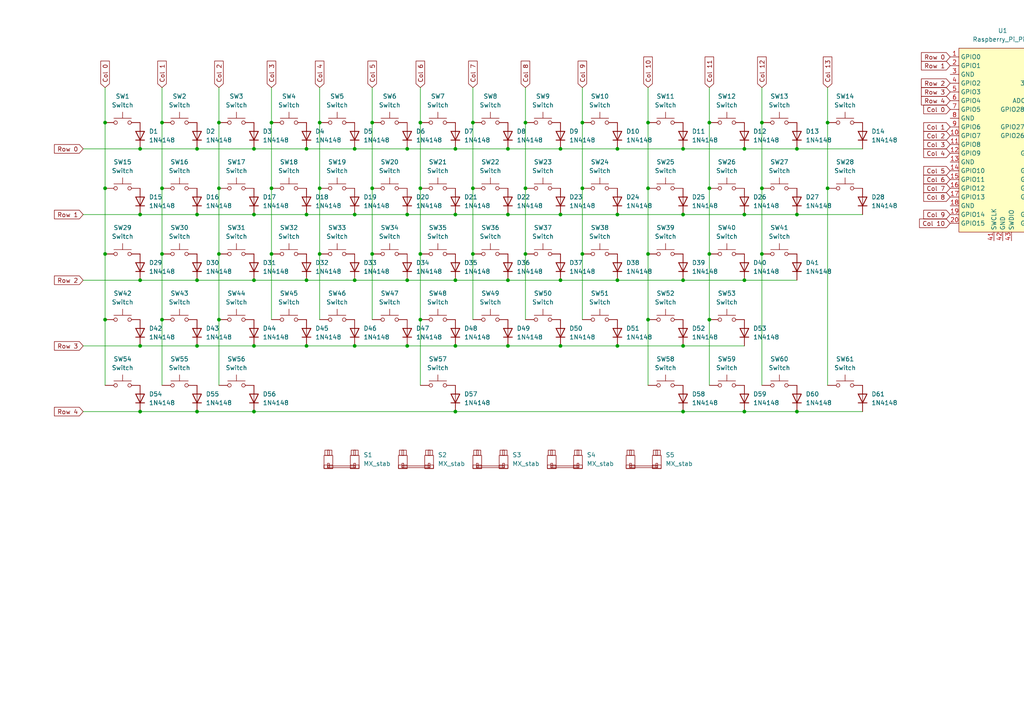
<source format=kicad_sch>
(kicad_sch (version 20250114) (generator "eeschema") (generator_version "9.0")
  (paper "A4")
  (junction (at 57.15 43.18))
  (junction (at 215.9 43.18))
  (junction (at 88.9 62.23))
  (junction (at 147.32 62.23))
  (junction (at 40.64 43.18))
  (junction (at 205.74 54.61))
  (junction (at 46.99 73.66))
  (junction (at 198.12 62.23))
  (junction (at 132.08 119.38))
  (junction (at 30.48 35.56))
  (junction (at 231.14 62.23))
  (junction (at 220.98 35.56))
  (junction (at 137.16 35.56))
  (junction (at 118.11 43.18))
  (junction (at 73.66 62.23))
  (junction (at 57.15 62.23))
  (junction (at 88.9 43.18))
  (junction (at 205.74 73.66))
  (junction (at 152.4 54.61))
  (junction (at 152.4 35.56))
  (junction (at 88.9 100.33))
  (junction (at 215.9 81.28))
  (junction (at 118.11 81.28))
  (junction (at 107.95 54.61))
  (junction (at 168.91 35.56))
  (junction (at 147.32 81.28))
  (junction (at 78.74 35.56))
  (junction (at 132.08 81.28))
  (junction (at 240.03 54.61))
  (junction (at 162.56 81.28))
  (junction (at 107.95 73.66))
  (junction (at 240.03 35.56))
  (junction (at 187.96 92.71))
  (junction (at 168.91 73.66))
  (junction (at 147.32 43.18))
  (junction (at 40.64 100.33))
  (junction (at 88.9 81.28))
  (junction (at 40.64 81.28))
  (junction (at 220.98 73.66))
  (junction (at 92.71 54.61))
  (junction (at 102.87 43.18))
  (junction (at 187.96 35.56))
  (junction (at 198.12 119.38))
  (junction (at 152.4 73.66))
  (junction (at 73.66 100.33))
  (junction (at 121.92 54.61))
  (junction (at 57.15 100.33))
  (junction (at 179.07 100.33))
  (junction (at 162.56 43.18))
  (junction (at 137.16 73.66))
  (junction (at 132.08 62.23))
  (junction (at 63.5 54.61))
  (junction (at 179.07 43.18))
  (junction (at 121.92 73.66))
  (junction (at 46.99 54.61))
  (junction (at 162.56 62.23))
  (junction (at 102.87 81.28))
  (junction (at 121.92 35.56))
  (junction (at 73.66 81.28))
  (junction (at 179.07 62.23))
  (junction (at 147.32 100.33))
  (junction (at 215.9 62.23))
  (junction (at 205.74 35.56))
  (junction (at 92.71 73.66))
  (junction (at 215.9 119.38))
  (junction (at 102.87 62.23))
  (junction (at 46.99 35.56))
  (junction (at 73.66 119.38))
  (junction (at 168.91 54.61))
  (junction (at 78.74 54.61))
  (junction (at 46.99 92.71))
  (junction (at 205.74 92.71))
  (junction (at 121.92 92.71))
  (junction (at 187.96 73.66))
  (junction (at 102.87 100.33))
  (junction (at 63.5 92.71))
  (junction (at 220.98 54.61))
  (junction (at 187.96 54.61))
  (junction (at 40.64 62.23))
  (junction (at 118.11 62.23))
  (junction (at 63.5 73.66))
  (junction (at 137.16 54.61))
  (junction (at 73.66 43.18))
  (junction (at 132.08 43.18))
  (junction (at 179.07 81.28))
  (junction (at 198.12 43.18))
  (junction (at 63.5 35.56))
  (junction (at 78.74 73.66))
  (junction (at 30.48 73.66))
  (junction (at 198.12 100.33))
  (junction (at 40.64 119.38))
  (junction (at 30.48 54.61))
  (junction (at 92.71 35.56))
  (junction (at 231.14 119.38))
  (junction (at 30.48 92.71))
  (junction (at 118.11 100.33))
  (junction (at 57.15 81.28))
  (junction (at 132.08 100.33))
  (junction (at 107.95 35.56))
  (junction (at 231.14 43.18))
  (junction (at 198.12 81.28))
  (junction (at 57.15 119.38))
  (junction (at 162.56 100.33))
  (wire (pts (xy 121.92 92.71) (xy 121.92 111.76)))
  (wire (pts (xy 231.14 62.23) (xy 250.19 62.23)))
  (wire (pts (xy 121.92 73.66) (xy 121.92 92.71)))
  (wire (pts (xy 121.92 25.4) (xy 121.92 35.56)))
  (wire (pts (xy 137.16 54.61) (xy 137.16 73.66)))
  (wire (pts (xy 63.5 73.66) (xy 63.5 92.71)))
  (wire (pts (xy 162.56 43.18) (xy 179.07 43.18)))
  (wire (pts (xy 137.16 25.4) (xy 137.16 35.56)))
  (wire (pts (xy 187.96 35.56) (xy 187.96 54.61)))
  (wire (pts (xy 40.64 119.38) (xy 57.15 119.38)))
  (wire (pts (xy 205.74 35.56) (xy 205.74 54.61)))
  (wire (pts (xy 240.03 54.61) (xy 240.03 111.76)))
  (wire (pts (xy 220.98 35.56) (xy 220.98 54.61)))
  (wire (pts (xy 168.91 73.66) (xy 168.91 92.71)))
  (wire (pts (xy 215.9 81.28) (xy 231.14 81.28)))
  (wire (pts (xy 162.56 62.23) (xy 179.07 62.23)))
  (wire (pts (xy 147.32 100.33) (xy 162.56 100.33)))
  (wire (pts (xy 92.71 25.4) (xy 92.71 35.56)))
  (wire (pts (xy 147.32 81.28) (xy 162.56 81.28)))
  (wire (pts (xy 102.87 100.33) (xy 118.11 100.33)))
  (wire (pts (xy 102.87 43.18) (xy 118.11 43.18)))
  (wire (pts (xy 88.9 43.18) (xy 102.87 43.18)))
  (wire (pts (xy 198.12 43.18) (xy 215.9 43.18)))
  (wire (pts (xy 107.95 54.61) (xy 107.95 73.66)))
  (wire (pts (xy 78.74 73.66) (xy 78.74 92.71)))
  (wire (pts (xy 73.66 81.28) (xy 88.9 81.28)))
  (wire (pts (xy 107.95 73.66) (xy 107.95 92.71)))
  (wire (pts (xy 46.99 25.4) (xy 46.99 35.56)))
  (wire (pts (xy 168.91 35.56) (xy 168.91 54.61)))
  (wire (pts (xy 78.74 54.61) (xy 78.74 73.66)))
  (wire (pts (xy 30.48 92.71) (xy 30.48 111.76)))
  (wire (pts (xy 24.13 81.28) (xy 40.64 81.28)))
  (wire (pts (xy 102.87 62.23) (xy 118.11 62.23)))
  (wire (pts (xy 168.91 25.4) (xy 168.91 35.56)))
  (wire (pts (xy 73.66 43.18) (xy 88.9 43.18)))
  (wire (pts (xy 198.12 100.33) (xy 215.9 100.33)))
  (wire (pts (xy 147.32 43.18) (xy 162.56 43.18)))
  (wire (pts (xy 118.11 43.18) (xy 132.08 43.18)))
  (wire (pts (xy 63.5 35.56) (xy 63.5 54.61)))
  (wire (pts (xy 240.03 25.4) (xy 240.03 35.56)))
  (wire (pts (xy 92.71 54.61) (xy 92.71 73.66)))
  (wire (pts (xy 220.98 25.4) (xy 220.98 35.56)))
  (wire (pts (xy 231.14 43.18) (xy 250.19 43.18)))
  (wire (pts (xy 220.98 73.66) (xy 220.98 111.76)))
  (wire (pts (xy 231.14 119.38) (xy 250.19 119.38)))
  (wire (pts (xy 179.07 43.18) (xy 198.12 43.18)))
  (wire (pts (xy 152.4 54.61) (xy 152.4 73.66)))
  (wire (pts (xy 40.64 100.33) (xy 57.15 100.33)))
  (wire (pts (xy 132.08 81.28) (xy 147.32 81.28)))
  (wire (pts (xy 152.4 73.66) (xy 152.4 92.71)))
  (wire (pts (xy 24.13 100.33) (xy 40.64 100.33)))
  (wire (pts (xy 57.15 43.18) (xy 73.66 43.18)))
  (wire (pts (xy 187.96 73.66) (xy 187.96 92.71)))
  (wire (pts (xy 215.9 43.18) (xy 231.14 43.18)))
  (wire (pts (xy 187.96 54.61) (xy 187.96 73.66)))
  (wire (pts (xy 121.92 35.56) (xy 121.92 54.61)))
  (wire (pts (xy 30.48 35.56) (xy 30.48 54.61)))
  (wire (pts (xy 30.48 73.66) (xy 30.48 92.71)))
  (wire (pts (xy 118.11 62.23) (xy 132.08 62.23)))
  (wire (pts (xy 63.5 54.61) (xy 63.5 73.66)))
  (wire (pts (xy 63.5 25.4) (xy 63.5 35.56)))
  (wire (pts (xy 179.07 62.23) (xy 198.12 62.23)))
  (wire (pts (xy 198.12 119.38) (xy 215.9 119.38)))
  (wire (pts (xy 107.95 25.4) (xy 107.95 35.56)))
  (wire (pts (xy 24.13 119.38) (xy 40.64 119.38)))
  (wire (pts (xy 88.9 81.28) (xy 102.87 81.28)))
  (wire (pts (xy 57.15 62.23) (xy 73.66 62.23)))
  (wire (pts (xy 118.11 81.28) (xy 132.08 81.28)))
  (wire (pts (xy 137.16 73.66) (xy 137.16 92.71)))
  (wire (pts (xy 73.66 100.33) (xy 88.9 100.33)))
  (wire (pts (xy 30.48 54.61) (xy 30.48 73.66)))
  (wire (pts (xy 78.74 35.56) (xy 78.74 54.61)))
  (wire (pts (xy 57.15 81.28) (xy 73.66 81.28)))
  (wire (pts (xy 57.15 100.33) (xy 73.66 100.33)))
  (wire (pts (xy 46.99 35.56) (xy 46.99 54.61)))
  (wire (pts (xy 205.74 54.61) (xy 205.74 73.66)))
  (wire (pts (xy 92.71 35.56) (xy 92.71 54.61)))
  (wire (pts (xy 179.07 81.28) (xy 198.12 81.28)))
  (wire (pts (xy 102.87 81.28) (xy 118.11 81.28)))
  (wire (pts (xy 187.96 92.71) (xy 187.96 111.76)))
  (wire (pts (xy 205.74 73.66) (xy 205.74 92.71)))
  (wire (pts (xy 88.9 62.23) (xy 102.87 62.23)))
  (wire (pts (xy 88.9 100.33) (xy 102.87 100.33)))
  (wire (pts (xy 240.03 35.56) (xy 240.03 54.61)))
  (wire (pts (xy 24.13 43.18) (xy 40.64 43.18)))
  (wire (pts (xy 40.64 62.23) (xy 57.15 62.23)))
  (wire (pts (xy 198.12 62.23) (xy 215.9 62.23)))
  (wire (pts (xy 179.07 100.33) (xy 198.12 100.33)))
  (wire (pts (xy 73.66 62.23) (xy 88.9 62.23)))
  (wire (pts (xy 162.56 81.28) (xy 179.07 81.28)))
  (wire (pts (xy 107.95 35.56) (xy 107.95 54.61)))
  (wire (pts (xy 147.32 62.23) (xy 162.56 62.23)))
  (wire (pts (xy 132.08 119.38) (xy 198.12 119.38)))
  (wire (pts (xy 121.92 54.61) (xy 121.92 73.66)))
  (wire (pts (xy 168.91 54.61) (xy 168.91 73.66)))
  (wire (pts (xy 215.9 119.38) (xy 231.14 119.38)))
  (wire (pts (xy 132.08 43.18) (xy 147.32 43.18)))
  (wire (pts (xy 46.99 54.61) (xy 46.99 73.66)))
  (wire (pts (xy 30.48 25.4) (xy 30.48 35.56)))
  (wire (pts (xy 92.71 73.66) (xy 92.71 92.71)))
  (wire (pts (xy 152.4 25.4) (xy 152.4 35.56)))
  (wire (pts (xy 63.5 92.71) (xy 63.5 111.76)))
  (wire (pts (xy 118.11 100.33) (xy 132.08 100.33)))
  (wire (pts (xy 57.15 119.38) (xy 73.66 119.38)))
  (wire (pts (xy 132.08 62.23) (xy 147.32 62.23)))
  (wire (pts (xy 162.56 100.33) (xy 179.07 100.33)))
  (wire (pts (xy 220.98 54.61) (xy 220.98 73.66)))
  (wire (pts (xy 132.08 100.33) (xy 147.32 100.33)))
  (wire (pts (xy 46.99 92.71) (xy 46.99 111.76)))
  (wire (pts (xy 40.64 43.18) (xy 57.15 43.18)))
  (wire (pts (xy 137.16 35.56) (xy 137.16 54.61)))
  (wire (pts (xy 40.64 81.28) (xy 57.15 81.28)))
  (wire (pts (xy 187.96 25.4) (xy 187.96 35.56)))
  (wire (pts (xy 198.12 81.28) (xy 215.9 81.28)))
  (wire (pts (xy 205.74 92.71) (xy 205.74 111.76)))
  (wire (pts (xy 78.74 25.4) (xy 78.74 35.56)))
  (wire (pts (xy 73.66 119.38) (xy 132.08 119.38)))
  (wire (pts (xy 24.13 62.23) (xy 40.64 62.23)))
  (wire (pts (xy 215.9 62.23) (xy 231.14 62.23)))
  (wire (pts (xy 152.4 35.56) (xy 152.4 54.61)))
  (wire (pts (xy 46.99 73.66) (xy 46.99 92.71)))
  (wire (pts (xy 205.74 25.4) (xy 205.74 35.56)))
  (global_label "Col 13" (shape input) (at 240.03 25.4 90) (property "Intersheetrefs" "${INTERSHEET_REFS}" (effects (hide yes))))
  (global_label "Row 2" (shape input) (at 275.59 24.13 180) (property "Intersheetrefs" "${INTERSHEET_REFS}" (effects (hide yes))))
  (global_label "Col 12" (shape input) (at 220.98 25.4 90) (property "Intersheetrefs" "${INTERSHEET_REFS}" (effects (hide yes))))
  (global_label "Col 0" (shape input) (at 275.59 31.75 180) (property "Intersheetrefs" "${INTERSHEET_REFS}" (effects (hide yes))))
  (global_label "Row 3" (shape input) (at 24.13 100.33 180) (property "Intersheetrefs" "${INTERSHEET_REFS}" (effects (hide yes))))
  (global_label "Col 5" (shape input) (at 107.95 25.4 90) (property "Intersheetrefs" "${INTERSHEET_REFS}" (effects (hide yes))))
  (global_label "Row 4" (shape input) (at 24.13 119.38 180) (property "Intersheetrefs" "${INTERSHEET_REFS}" (effects (hide yes))))
  (global_label "Col 10" (shape input) (at 275.59 64.77 180) (property "Intersheetrefs" "${INTERSHEET_REFS}" (effects (hide yes))))
  (global_label "Col 6" (shape input) (at 275.59 52.07 180) (property "Intersheetrefs" "${INTERSHEET_REFS}" (effects (hide yes))))
  (global_label "Col 5" (shape input) (at 275.59 49.53 180) (property "Intersheetrefs" "${INTERSHEET_REFS}" (effects (hide yes))))
  (global_label "Col 11" (shape input) (at 205.74 25.4 90) (property "Intersheetrefs" "${INTERSHEET_REFS}" (effects (hide yes))))
  (global_label "Col 7" (shape input) (at 275.59 54.61 180) (property "Intersheetrefs" "${INTERSHEET_REFS}" (effects (hide yes))))
  (global_label "Col 1" (shape input) (at 46.99 25.4 90) (property "Intersheetrefs" "${INTERSHEET_REFS}" (effects (hide yes))))
  (global_label "Col 6" (shape input) (at 121.92 25.4 90) (property "Intersheetrefs" "${INTERSHEET_REFS}" (effects (hide yes))))
  (global_label "Col 4" (shape input) (at 92.71 25.4 90) (property "Intersheetrefs" "${INTERSHEET_REFS}" (effects (hide yes))))
  (global_label "Row 2" (shape input) (at 24.13 81.28 180) (property "Intersheetrefs" "${INTERSHEET_REFS}" (effects (hide yes))))
  (global_label "Col 2" (shape input) (at 63.5 25.4 90) (property "Intersheetrefs" "${INTERSHEET_REFS}" (effects (hide yes))))
  (global_label "Col 9" (shape input) (at 275.59 62.23 180) (property "Intersheetrefs" "${INTERSHEET_REFS}" (effects (hide yes))))
  (global_label "Col 8" (shape input) (at 275.59 57.15 180) (property "Intersheetrefs" "${INTERSHEET_REFS}" (effects (hide yes))))
  (global_label "Row 1" (shape input) (at 275.59 19.05 180) (property "Intersheetrefs" "${INTERSHEET_REFS}" (effects (hide yes))))
  (global_label "Col 1" (shape input) (at 275.59 36.83 180) (property "Intersheetrefs" "${INTERSHEET_REFS}" (effects (hide yes))))
  (global_label "Row 4" (shape input) (at 275.59 29.21 180) (property "Intersheetrefs" "${INTERSHEET_REFS}" (effects (hide yes))))
  (global_label "Col 4" (shape input) (at 275.59 44.45 180) (property "Intersheetrefs" "${INTERSHEET_REFS}" (effects (hide yes))))
  (global_label "Col 10" (shape input) (at 187.96 25.4 90) (property "Intersheetrefs" "${INTERSHEET_REFS}" (effects (hide yes))))
  (global_label "Row 0" (shape input) (at 275.59 16.51 180) (property "Intersheetrefs" "${INTERSHEET_REFS}" (effects (hide yes))))
  (global_label "Col 3" (shape input) (at 275.59 41.91 180) (property "Intersheetrefs" "${INTERSHEET_REFS}" (effects (hide yes))))
  (global_label "Col 13" (shape input) (at 306.07 57.15 0) (property "Intersheetrefs" "${INTERSHEET_REFS}" (effects (hide yes))))
  (global_label "Col 12" (shape input) (at 306.07 62.23 0) (property "Intersheetrefs" "${INTERSHEET_REFS}" (effects (hide yes))))
  (global_label "Row 1" (shape input) (at 24.13 62.23 180) (property "Intersheetrefs" "${INTERSHEET_REFS}" (effects (hide yes))))
  (global_label "Col 2" (shape input) (at 275.59 39.37 180) (property "Intersheetrefs" "${INTERSHEET_REFS}" (effects (hide yes))))
  (global_label "Row 0" (shape input) (at 24.13 43.18 180) (property "Intersheetrefs" "${INTERSHEET_REFS}" (effects (hide yes))))
  (global_label "Col 0" (shape input) (at 30.48 25.4 90) (property "Intersheetrefs" "${INTERSHEET_REFS}" (effects (hide yes))))
  (global_label "Col 7" (shape input) (at 137.16 25.4 90) (property "Intersheetrefs" "${INTERSHEET_REFS}" (effects (hide yes))))
  (global_label "Col 8" (shape input) (at 152.4 25.4 90) (property "Intersheetrefs" "${INTERSHEET_REFS}" (effects (hide yes))))
  (global_label "Col 9" (shape input) (at 168.91 25.4 90) (property "Intersheetrefs" "${INTERSHEET_REFS}" (effects (hide yes))))
  (global_label "Col 3" (shape input) (at 78.74 25.4 90) (property "Intersheetrefs" "${INTERSHEET_REFS}" (effects (hide yes))))
  (global_label "Col 11" (shape input) (at 306.07 64.77 0) (property "Intersheetrefs" "${INTERSHEET_REFS}" (effects (hide yes))))
  (global_label "Row 3" (shape input) (at 275.59 26.67 180) (property "Intersheetrefs" "${INTERSHEET_REFS}" (effects (hide yes))))
  (symbol (lib_id "Diode:1N4148") (at 147.32 58.42 90) (unit 1)
    (property "Reference" "D22" (at 149.86 57.1499 90) (effects (justify right)))
    (property "Value" "1N4148" (at 149.86 59.6899 90) (effects (justify right)))
    (property "Footprint" "Diode_THT:D_DO-35_SOD27_P7.62mm_Horizontal" (effects (hide yes)))
    (property "Datasheet" "https://assets.nexperia.com/documents/data-sheet/1N4148_1N4448.pdf" (effects (hide yes)))
    (property "Description" "100V 0.15A standard switching diode, DO-35" (effects (hide yes)))
    (property "Sim.Device" "D" (effects (hide yes)))
    (property "Sim.Pins" "1=K 2=A" (effects (hide yes)))
  )
  (symbol (lib_id "JoeScotto:Placeholder_Switch") (at 52.07 54.61 0) (unit 1)
    (property "Reference" "SW16" (at 52.07 46.99 0))
    (property "Value" "Switch" (at 52.07 49.53 0))
    (property "Footprint" "PCM_marbastlib-mx:SW_MX_1u" (effects (hide yes)))
    (property "Description" "Push button switch, generic, two pins" (effects (hide yes)))
  )
  (symbol (lib_id "Diode:1N4148") (at 215.9 58.42 90) (unit 1)
    (property "Reference" "D26" (at 218.44 57.1499 90) (effects (justify right)))
    (property "Value" "1N4148" (at 218.44 59.6899 90) (effects (justify right)))
    (property "Footprint" "Diode_THT:D_DO-35_SOD27_P7.62mm_Horizontal" (effects (hide yes)))
    (property "Datasheet" "https://assets.nexperia.com/documents/data-sheet/1N4148_1N4448.pdf" (effects (hide yes)))
    (property "Description" "100V 0.15A standard switching diode, DO-35" (effects (hide yes)))
    (property "Sim.Device" "D" (effects (hide yes)))
    (property "Sim.Pins" "1=K 2=A" (effects (hide yes)))
  )
  (symbol (lib_id "JoeScotto:Placeholder_Switch") (at 245.11 111.76 0) (unit 1)
    (property "Reference" "SW61" (at 245.11 104.14 0))
    (property "Value" "Switch" (at 245.11 106.68 0))
    (property "Footprint" "PCM_marbastlib-mx:SW_MX_1.25u" (effects (hide yes)))
    (property "Description" "Push button switch, generic, two pins" (effects (hide yes)))
  )
  (symbol (lib_id "PCM_marbastlib-mx:MX_stab") (at 186.69 133.35 0) (unit 1)
    (property "Reference" "S5" (at 193.04 131.9529 0) (effects (justify left)))
    (property "Value" "MX_stab" (at 193.04 134.4929 0) (effects (justify left)))
    (property "Footprint" "PCM_marbastlib-mx:STAB_MX_P_2.75u" (effects (hide yes)))
    (property "Description" "Cherry MX-style stabilizer" (effects (hide yes)))
  )
  (symbol (lib_id "Diode:1N4148") (at 118.11 58.42 90) (unit 1)
    (property "Reference" "D20" (at 120.65 57.1499 90) (effects (justify right)))
    (property "Value" "1N4148" (at 120.65 59.6899 90) (effects (justify right)))
    (property "Footprint" "Diode_THT:D_DO-35_SOD27_P7.62mm_Horizontal" (effects (hide yes)))
    (property "Datasheet" "https://assets.nexperia.com/documents/data-sheet/1N4148_1N4448.pdf" (effects (hide yes)))
    (property "Description" "100V 0.15A standard switching diode, DO-35" (effects (hide yes)))
    (property "Sim.Device" "D" (effects (hide yes)))
    (property "Sim.Pins" "1=K 2=A" (effects (hide yes)))
  )
  (symbol (lib_id "JoeScotto:Placeholder_Switch") (at 157.48 35.56 0) (unit 1)
    (property "Reference" "SW9" (at 157.48 27.94 0))
    (property "Value" "Switch" (at 157.48 30.48 0))
    (property "Footprint" "PCM_marbastlib-mx:SW_MX_1u" (effects (hide yes)))
    (property "Description" "Push button switch, generic, two pins" (effects (hide yes)))
  )
  (symbol (lib_id "JoeScotto:Placeholder_Switch") (at 127 111.76 0) (unit 1)
    (property "Reference" "SW57" (at 127 104.14 0))
    (property "Value" "Switch" (at 127 106.68 0))
    (property "Footprint" "PCM_marbastlib-mx:SW_MX_1u" (effects (hide yes)))
    (property "Description" "Push button switch, generic, two pins" (effects (hide yes)))
  )
  (symbol (lib_id "JoeScotto:Placeholder_Switch") (at 226.06 35.56 0) (unit 1)
    (property "Reference" "SW13" (at 226.06 27.94 0))
    (property "Value" "Switch" (at 226.06 30.48 0))
    (property "Footprint" "PCM_marbastlib-mx:SW_MX_1u" (effects (hide yes)))
    (property "Description" "Push button switch, generic, two pins" (effects (hide yes)))
  )
  (symbol (lib_id "JoeScotto:Placeholder_Switch") (at 113.03 54.61 0) (unit 1)
    (property "Reference" "SW20" (at 113.03 46.99 0))
    (property "Value" "Switch" (at 113.03 49.53 0))
    (property "Footprint" "PCM_marbastlib-mx:SW_MX_1u" (effects (hide yes)))
    (property "Description" "Push button switch, generic, two pins" (effects (hide yes)))
  )
  (symbol (lib_id "JoeScotto:Placeholder_Switch") (at 35.56 54.61 0) (unit 1)
    (property "Reference" "SW15" (at 35.56 46.99 0))
    (property "Value" "Switch" (at 35.56 49.53 0))
    (property "Footprint" "PCM_marbastlib-mx:SW_MX_1.5u" (effects (hide yes)))
    (property "Description" "Push button switch, generic, two pins" (effects (hide yes)))
  )
  (symbol (lib_id "JoeScotto:Placeholder_Switch") (at 68.58 35.56 0) (unit 1)
    (property "Reference" "SW3" (at 68.58 27.94 0))
    (property "Value" "Switch" (at 68.58 30.48 0))
    (property "Footprint" "PCM_marbastlib-mx:SW_MX_1u" (effects (hide yes)))
    (property "Description" "Push button switch, generic, two pins" (effects (hide yes)))
  )
  (symbol (lib_id "Diode:1N4148") (at 40.64 77.47 90) (unit 1)
    (property "Reference" "D29" (at 43.18 76.1999 90) (effects (justify right)))
    (property "Value" "1N4148" (at 43.18 78.7399 90) (effects (justify right)))
    (property "Footprint" "Diode_THT:D_DO-35_SOD27_P7.62mm_Horizontal" (effects (hide yes)))
    (property "Datasheet" "https://assets.nexperia.com/documents/data-sheet/1N4148_1N4448.pdf" (effects (hide yes)))
    (property "Description" "100V 0.15A standard switching diode, DO-35" (effects (hide yes)))
    (property "Sim.Device" "D" (effects (hide yes)))
    (property "Sim.Pins" "1=K 2=A" (effects (hide yes)))
  )
  (symbol (lib_id "JoeScotto:Placeholder_Switch") (at 83.82 54.61 0) (unit 1)
    (property "Reference" "SW18" (at 83.82 46.99 0))
    (property "Value" "Switch" (at 83.82 49.53 0))
    (property "Footprint" "PCM_marbastlib-mx:SW_MX_1u" (effects (hide yes)))
    (property "Description" "Push button switch, generic, two pins" (effects (hide yes)))
  )
  (symbol (lib_id "Diode:1N4148") (at 250.19 58.42 90) (unit 1)
    (property "Reference" "D28" (at 252.73 57.1499 90) (effects (justify right)))
    (property "Value" "1N4148" (at 252.73 59.6899 90) (effects (justify right)))
    (property "Footprint" "Diode_THT:D_DO-35_SOD27_P7.62mm_Horizontal" (effects (hide yes)))
    (property "Datasheet" "https://assets.nexperia.com/documents/data-sheet/1N4148_1N4448.pdf" (effects (hide yes)))
    (property "Description" "100V 0.15A standard switching diode, DO-35" (effects (hide yes)))
    (property "Sim.Device" "D" (effects (hide yes)))
    (property "Sim.Pins" "1=K 2=A" (effects (hide yes)))
  )
  (symbol (lib_id "Diode:1N4148") (at 162.56 77.47 90) (unit 1)
    (property "Reference" "D37" (at 165.1 76.1999 90) (effects (justify right)))
    (property "Value" "1N4148" (at 165.1 78.7399 90) (effects (justify right)))
    (property "Footprint" "Diode_THT:D_DO-35_SOD27_P7.62mm_Horizontal" (effects (hide yes)))
    (property "Datasheet" "https://assets.nexperia.com/documents/data-sheet/1N4148_1N4448.pdf" (effects (hide yes)))
    (property "Description" "100V 0.15A standard switching diode, DO-35" (effects (hide yes)))
    (property "Sim.Device" "D" (effects (hide yes)))
    (property "Sim.Pins" "1=K 2=A" (effects (hide yes)))
  )
  (symbol (lib_id "PCM_marbastlib-mx:MX_stab") (at 142.24 133.35 0) (unit 1)
    (property "Reference" "S3" (at 148.59 131.9529 0) (effects (justify left)))
    (property "Value" "MX_stab" (at 148.59 134.4929 0) (effects (justify left)))
    (property "Footprint" "PCM_marbastlib-mx:STAB_MX_P_2.25u" (effects (hide yes)))
    (property "Description" "Cherry MX-style stabilizer" (effects (hide yes)))
  )
  (symbol (lib_id "Diode:1N4148") (at 73.66 39.37 90) (unit 1)
    (property "Reference" "D3" (at 76.2 38.0999 90) (effects (justify right)))
    (property "Value" "1N4148" (at 76.2 40.6399 90) (effects (justify right)))
    (property "Footprint" "Diode_THT:D_DO-35_SOD27_P7.62mm_Horizontal" (effects (hide yes)))
    (property "Datasheet" "https://assets.nexperia.com/documents/data-sheet/1N4148_1N4448.pdf" (effects (hide yes)))
    (property "Description" "100V 0.15A standard switching diode, DO-35" (effects (hide yes)))
    (property "Sim.Device" "D" (effects (hide yes)))
    (property "Sim.Pins" "1=K 2=A" (effects (hide yes)))
  )
  (symbol (lib_id "JoeScotto:Placeholder_Switch") (at 142.24 92.71 0) (unit 1)
    (property "Reference" "SW49" (at 142.24 85.09 0))
    (property "Value" "Switch" (at 142.24 87.63 0))
    (property "Footprint" "PCM_marbastlib-mx:SW_MX_1u" (effects (hide yes)))
    (property "Description" "Push button switch, generic, two pins" (effects (hide yes)))
  )
  (symbol (lib_id "Diode:1N4148") (at 215.9 39.37 90) (unit 1)
    (property "Reference" "D12" (at 218.44 38.0999 90) (effects (justify right)))
    (property "Value" "1N4148" (at 218.44 40.6399 90) (effects (justify right)))
    (property "Footprint" "Diode_THT:D_DO-35_SOD27_P7.62mm_Horizontal" (effects (hide yes)))
    (property "Datasheet" "https://assets.nexperia.com/documents/data-sheet/1N4148_1N4448.pdf" (effects (hide yes)))
    (property "Description" "100V 0.15A standard switching diode, DO-35" (effects (hide yes)))
    (property "Sim.Device" "D" (effects (hide yes)))
    (property "Sim.Pins" "1=K 2=A" (effects (hide yes)))
  )
  (symbol (lib_id "JoeScotto:Placeholder_Switch") (at 35.56 92.71 0) (unit 1)
    (property "Reference" "SW42" (at 35.56 85.09 0))
    (property "Value" "Switch" (at 35.56 87.63 0))
    (property "Footprint" "PCM_marbastlib-mx:SW_MX_1u" (effects (hide yes)))
    (property "Description" "Push button switch, generic, two pins" (effects (hide yes)))
  )
  (symbol (lib_id "Diode:1N4148") (at 73.66 77.47 90) (unit 1)
    (property "Reference" "D31" (at 76.2 76.1999 90) (effects (justify right)))
    (property "Value" "1N4148" (at 76.2 78.7399 90) (effects (justify right)))
    (property "Footprint" "Diode_THT:D_DO-35_SOD27_P7.62mm_Horizontal" (effects (hide yes)))
    (property "Datasheet" "https://assets.nexperia.com/documents/data-sheet/1N4148_1N4448.pdf" (effects (hide yes)))
    (property "Description" "100V 0.15A standard switching diode, DO-35" (effects (hide yes)))
    (property "Sim.Device" "D" (effects (hide yes)))
    (property "Sim.Pins" "1=K 2=A" (effects (hide yes)))
  )
  (symbol (lib_id "Diode:1N4148") (at 132.08 115.57 90) (unit 1)
    (property "Reference" "D57" (at 134.62 114.2999 90) (effects (justify right)))
    (property "Value" "1N4148" (at 134.62 116.8399 90) (effects (justify right)))
    (property "Footprint" "Diode_THT:D_DO-35_SOD27_P7.62mm_Horizontal" (effects (hide yes)))
    (property "Datasheet" "https://assets.nexperia.com/documents/data-sheet/1N4148_1N4448.pdf" (effects (hide yes)))
    (property "Description" "100V 0.15A standard switching diode, DO-35" (effects (hide yes)))
    (property "Sim.Device" "D" (effects (hide yes)))
    (property "Sim.Pins" "1=K 2=A" (effects (hide yes)))
  )
  (symbol (lib_id "Diode:1N4148") (at 215.9 115.57 90) (unit 1)
    (property "Reference" "D59" (at 218.44 114.2999 90) (effects (justify right)))
    (property "Value" "1N4148" (at 218.44 116.8399 90) (effects (justify right)))
    (property "Footprint" "Diode_THT:D_DO-35_SOD27_P7.62mm_Horizontal" (effects (hide yes)))
    (property "Datasheet" "https://assets.nexperia.com/documents/data-sheet/1N4148_1N4448.pdf" (effects (hide yes)))
    (property "Description" "100V 0.15A standard switching diode, DO-35" (effects (hide yes)))
    (property "Sim.Device" "D" (effects (hide yes)))
    (property "Sim.Pins" "1=K 2=A" (effects (hide yes)))
  )
  (symbol (lib_id "Diode:1N4148") (at 40.64 39.37 90) (unit 1)
    (property "Reference" "D1" (at 43.18 38.0999 90) (effects (justify right)))
    (property "Value" "1N4148" (at 43.18 40.6399 90) (effects (justify right)))
    (property "Footprint" "Diode_THT:D_DO-35_SOD27_P7.62mm_Horizontal" (effects (hide yes)))
    (property "Datasheet" "https://assets.nexperia.com/documents/data-sheet/1N4148_1N4448.pdf" (effects (hide yes)))
    (property "Description" "100V 0.15A standard switching diode, DO-35" (effects (hide yes)))
    (property "Sim.Device" "D" (effects (hide yes)))
    (property "Sim.Pins" "1=K 2=A" (effects (hide yes)))
  )
  (symbol (lib_id "JoeScotto:Placeholder_Switch") (at 127 35.56 0) (unit 1)
    (property "Reference" "SW7" (at 127 27.94 0))
    (property "Value" "Switch" (at 127 30.48 0))
    (property "Footprint" "PCM_marbastlib-mx:SW_MX_1u" (effects (hide yes)))
    (property "Description" "Push button switch, generic, two pins" (effects (hide yes)))
  )
  (symbol (lib_id "Diode:1N4148") (at 118.11 77.47 90) (unit 1)
    (property "Reference" "D34" (at 120.65 76.1999 90) (effects (justify right)))
    (property "Value" "1N4148" (at 120.65 78.7399 90) (effects (justify right)))
    (property "Footprint" "Diode_THT:D_DO-35_SOD27_P7.62mm_Horizontal" (effects (hide yes)))
    (property "Datasheet" "https://assets.nexperia.com/documents/data-sheet/1N4148_1N4448.pdf" (effects (hide yes)))
    (property "Description" "100V 0.15A standard switching diode, DO-35" (effects (hide yes)))
    (property "Sim.Device" "D" (effects (hide yes)))
    (property "Sim.Pins" "1=K 2=A" (effects (hide yes)))
  )
  (symbol (lib_id "JoeScotto:Placeholder_Switch") (at 83.82 73.66 0) (unit 1)
    (property "Reference" "SW32" (at 83.82 66.04 0))
    (property "Value" "Switch" (at 83.82 68.58 0))
    (property "Footprint" "PCM_marbastlib-mx:SW_MX_1u" (effects (hide yes)))
    (property "Description" "Push button switch, generic, two pins" (effects (hide yes)))
  )
  (symbol (lib_id "JoeScotto:Placeholder_Switch") (at 193.04 35.56 0) (unit 1)
    (property "Reference" "SW11" (at 193.04 27.94 0))
    (property "Value" "Switch" (at 193.04 30.48 0))
    (property "Footprint" "PCM_marbastlib-mx:SW_MX_1u" (effects (hide yes)))
    (property "Description" "Push button switch, generic, two pins" (effects (hide yes)))
  )
  (symbol (lib_id "Diode:1N4148") (at 57.15 58.42 90) (unit 1)
    (property "Reference" "D16" (at 59.69 57.1499 90) (effects (justify right)))
    (property "Value" "1N4148" (at 59.69 59.6899 90) (effects (justify right)))
    (property "Footprint" "Diode_THT:D_DO-35_SOD27_P7.62mm_Horizontal" (effects (hide yes)))
    (property "Datasheet" "https://assets.nexperia.com/documents/data-sheet/1N4148_1N4448.pdf" (effects (hide yes)))
    (property "Description" "100V 0.15A standard switching diode, DO-35" (effects (hide yes)))
    (property "Sim.Device" "D" (effects (hide yes)))
    (property "Sim.Pins" "1=K 2=A" (effects (hide yes)))
  )
  (symbol (lib_id "JoeScotto:Placeholder_Switch") (at 210.82 73.66 0) (unit 1)
    (property "Reference" "SW40" (at 210.82 66.04 0))
    (property "Value" "Switch" (at 210.82 68.58 0))
    (property "Footprint" "PCM_marbastlib-mx:SW_MX_1u" (effects (hide yes)))
    (property "Description" "Push button switch, generic, two pins" (effects (hide yes)))
  )
  (symbol (lib_id "JoeScotto:Placeholder_Switch") (at 173.99 54.61 0) (unit 1)
    (property "Reference" "SW24" (at 173.99 46.99 0))
    (property "Value" "Switch" (at 173.99 49.53 0))
    (property "Footprint" "PCM_marbastlib-mx:SW_MX_1u" (effects (hide yes)))
    (property "Description" "Push button switch, generic, two pins" (effects (hide yes)))
  )
  (symbol (lib_id "JoeScotto:Placeholder_Switch") (at 52.07 92.71 0) (unit 1)
    (property "Reference" "SW43" (at 52.07 85.09 0))
    (property "Value" "Switch" (at 52.07 87.63 0))
    (property "Footprint" "PCM_marbastlib-mx:SW_MX_1u" (effects (hide yes)))
    (property "Description" "Push button switch, generic, two pins" (effects (hide yes)))
  )
  (symbol (lib_id "JoeScotto:Placeholder_Switch") (at 52.07 73.66 0) (unit 1)
    (property "Reference" "SW30" (at 52.07 66.04 0))
    (property "Value" "Switch" (at 52.07 68.58 0))
    (property "Footprint" "PCM_marbastlib-mx:SW_MX_1u" (effects (hide yes)))
    (property "Description" "Push button switch, generic, two pins" (effects (hide yes)))
  )
  (symbol (lib_id "JoeScotto:Placeholder_Switch") (at 35.56 73.66 0) (unit 1)
    (property "Reference" "SW29" (at 35.56 66.04 0))
    (property "Value" "Switch" (at 35.56 68.58 0))
    (property "Footprint" "PCM_marbastlib-mx:SW_MX_1.75u" (effects (hide yes)))
    (property "Description" "Push button switch, generic, two pins" (effects (hide yes)))
  )
  (symbol (lib_id "JoeScotto:Placeholder_Switch") (at 193.04 92.71 0) (unit 1)
    (property "Reference" "SW52" (at 193.04 85.09 0))
    (property "Value" "Switch" (at 193.04 87.63 0))
    (property "Footprint" "PCM_marbastlib-mx:SW_MX_1u" (effects (hide yes)))
    (property "Description" "Push button switch, generic, two pins" (effects (hide yes)))
  )
  (symbol (lib_id "JoeScotto:Placeholder_Switch") (at 83.82 35.56 0) (unit 1)
    (property "Reference" "SW4" (at 83.82 27.94 0))
    (property "Value" "Switch" (at 83.82 30.48 0))
    (property "Footprint" "PCM_marbastlib-mx:SW_MX_1u" (effects (hide yes)))
    (property "Description" "Push button switch, generic, two pins" (effects (hide yes)))
  )
  (symbol (lib_id "Diode:1N4148") (at 198.12 77.47 90) (unit 1)
    (property "Reference" "D39" (at 200.66 76.1999 90) (effects (justify right)))
    (property "Value" "1N4148" (at 200.66 78.7399 90) (effects (justify right)))
    (property "Footprint" "Diode_THT:D_DO-35_SOD27_P7.62mm_Horizontal" (effects (hide yes)))
    (property "Datasheet" "https://assets.nexperia.com/documents/data-sheet/1N4148_1N4448.pdf" (effects (hide yes)))
    (property "Description" "100V 0.15A standard switching diode, DO-35" (effects (hide yes)))
    (property "Sim.Device" "D" (effects (hide yes)))
    (property "Sim.Pins" "1=K 2=A" (effects (hide yes)))
  )
  (symbol (lib_id "JoeScotto:Placeholder_Switch") (at 35.56 111.76 0) (unit 1)
    (property "Reference" "SW54" (at 35.56 104.14 0))
    (property "Value" "Switch" (at 35.56 106.68 0))
    (property "Footprint" "PCM_marbastlib-mx:SW_MX_1.25u" (effects (hide yes)))
    (property "Description" "Push button switch, generic, two pins" (effects (hide yes)))
  )
  (symbol (lib_id "Diode:1N4148") (at 231.14 115.57 90) (unit 1)
    (property "Reference" "D60" (at 233.68 114.2999 90) (effects (justify right)))
    (property "Value" "1N4148" (at 233.68 116.8399 90) (effects (justify right)))
    (property "Footprint" "Diode_THT:D_DO-35_SOD27_P7.62mm_Horizontal" (effects (hide yes)))
    (property "Datasheet" "https://assets.nexperia.com/documents/data-sheet/1N4148_1N4448.pdf" (effects (hide yes)))
    (property "Description" "100V 0.15A standard switching diode, DO-35" (effects (hide yes)))
    (property "Sim.Device" "D" (effects (hide yes)))
    (property "Sim.Pins" "1=K 2=A" (effects (hide yes)))
  )
  (symbol (lib_id "JoeScotto:Placeholder_Switch") (at 68.58 54.61 0) (unit 1)
    (property "Reference" "SW17" (at 68.58 46.99 0))
    (property "Value" "Switch" (at 68.58 49.53 0))
    (property "Footprint" "PCM_marbastlib-mx:SW_MX_1u" (effects (hide yes)))
    (property "Description" "Push button switch, generic, two pins" (effects (hide yes)))
  )
  (symbol (lib_id "JoeScotto:MCU_Raspberry_Pi_Pico") (at 290.83 40.64 0) (unit 1)
    (property "Reference" "U1" (at 290.83 8.89 0))
    (property "Value" "Raspberry_Pi_Pico" (at 290.83 11.43 0))
    (property "Footprint" "JoeScottoMCU:Raspberry_Pi_Pico" (effects (hide yes)))
  )
  (symbol (lib_id "Diode:1N4148") (at 250.19 115.57 90) (unit 1)
    (property "Reference" "D61" (at 252.73 114.2999 90) (effects (justify right)))
    (property "Value" "1N4148" (at 252.73 116.8399 90) (effects (justify right)))
    (property "Footprint" "Diode_THT:D_DO-35_SOD27_P7.62mm_Horizontal" (effects (hide yes)))
    (property "Datasheet" "https://assets.nexperia.com/documents/data-sheet/1N4148_1N4448.pdf" (effects (hide yes)))
    (property "Description" "100V 0.15A standard switching diode, DO-35" (effects (hide yes)))
    (property "Sim.Device" "D" (effects (hide yes)))
    (property "Sim.Pins" "1=K 2=A" (effects (hide yes)))
  )
  (symbol (lib_id "JoeScotto:Placeholder_Switch") (at 157.48 73.66 0) (unit 1)
    (property "Reference" "SW37" (at 157.48 66.04 0))
    (property "Value" "Switch" (at 157.48 68.58 0))
    (property "Footprint" "PCM_marbastlib-mx:SW_MX_1u" (effects (hide yes)))
    (property "Description" "Push button switch, generic, two pins" (effects (hide yes)))
  )
  (symbol (lib_id "Diode:1N4148") (at 73.66 96.52 90) (unit 1)
    (property "Reference" "D44" (at 76.2 95.2499 90) (effects (justify right)))
    (property "Value" "1N4148" (at 76.2 97.7899 90) (effects (justify right)))
    (property "Footprint" "Diode_THT:D_DO-35_SOD27_P7.62mm_Horizontal" (effects (hide yes)))
    (property "Datasheet" "https://assets.nexperia.com/documents/data-sheet/1N4148_1N4448.pdf" (effects (hide yes)))
    (property "Description" "100V 0.15A standard switching diode, DO-35" (effects (hide yes)))
    (property "Sim.Device" "D" (effects (hide yes)))
    (property "Sim.Pins" "1=K 2=A" (effects (hide yes)))
  )
  (symbol (lib_id "Diode:1N4148") (at 250.19 39.37 90) (unit 1)
    (property "Reference" "D14" (at 252.73 38.0999 90) (effects (justify right)))
    (property "Value" "1N4148" (at 252.73 40.6399 90) (effects (justify right)))
    (property "Footprint" "Diode_THT:D_DO-35_SOD27_P7.62mm_Horizontal" (effects (hide yes)))
    (property "Datasheet" "https://assets.nexperia.com/documents/data-sheet/1N4148_1N4448.pdf" (effects (hide yes)))
    (property "Description" "100V 0.15A standard switching diode, DO-35" (effects (hide yes)))
    (property "Sim.Device" "D" (effects (hide yes)))
    (property "Sim.Pins" "1=K 2=A" (effects (hide yes)))
  )
  (symbol (lib_id "Diode:1N4148") (at 179.07 58.42 90) (unit 1)
    (property "Reference" "D24" (at 181.61 57.1499 90) (effects (justify right)))
    (property "Value" "1N4148" (at 181.61 59.6899 90) (effects (justify right)))
    (property "Footprint" "Diode_THT:D_DO-35_SOD27_P7.62mm_Horizontal" (effects (hide yes)))
    (property "Datasheet" "https://assets.nexperia.com/documents/data-sheet/1N4148_1N4448.pdf" (effects (hide yes)))
    (property "Description" "100V 0.15A standard switching diode, DO-35" (effects (hide yes)))
    (property "Sim.Device" "D" (effects (hide yes)))
    (property "Sim.Pins" "1=K 2=A" (effects (hide yes)))
  )
  (symbol (lib_id "JoeScotto:Placeholder_Switch") (at 97.79 54.61 0) (unit 1)
    (property "Reference" "SW19" (at 97.79 46.99 0))
    (property "Value" "Switch" (at 97.79 49.53 0))
    (property "Footprint" "PCM_marbastlib-mx:SW_MX_1u" (effects (hide yes)))
    (property "Description" "Push button switch, generic, two pins" (effects (hide yes)))
  )
  (symbol (lib_id "JoeScotto:Placeholder_Switch") (at 193.04 111.76 0) (unit 1)
    (property "Reference" "SW58" (at 193.04 104.14 0))
    (property "Value" "Switch" (at 193.04 106.68 0))
    (property "Footprint" "PCM_marbastlib-mx:SW_MX_1.25u" (effects (hide yes)))
    (property "Description" "Push button switch, generic, two pins" (effects (hide yes)))
  )
  (symbol (lib_id "Diode:1N4148") (at 162.56 39.37 90) (unit 1)
    (property "Reference" "D9" (at 165.1 38.0999 90) (effects (justify right)))
    (property "Value" "1N4148" (at 165.1 40.6399 90) (effects (justify right)))
    (property "Footprint" "Diode_THT:D_DO-35_SOD27_P7.62mm_Horizontal" (effects (hide yes)))
    (property "Datasheet" "https://assets.nexperia.com/documents/data-sheet/1N4148_1N4448.pdf" (effects (hide yes)))
    (property "Description" "100V 0.15A standard switching diode, DO-35" (effects (hide yes)))
    (property "Sim.Device" "D" (effects (hide yes)))
    (property "Sim.Pins" "1=K 2=A" (effects (hide yes)))
  )
  (symbol (lib_id "JoeScotto:Placeholder_Switch") (at 226.06 54.61 0) (unit 1)
    (property "Reference" "SW27" (at 226.06 46.99 0))
    (property "Value" "Switch" (at 226.06 49.53 0))
    (property "Footprint" "PCM_marbastlib-mx:SW_MX_1u" (effects (hide yes)))
    (property "Description" "Push button switch, generic, two pins" (effects (hide yes)))
  )
  (symbol (lib_id "JoeScotto:Placeholder_Switch") (at 210.82 54.61 0) (unit 1)
    (property "Reference" "SW26" (at 210.82 46.99 0))
    (property "Value" "Switch" (at 210.82 49.53 0))
    (property "Footprint" "PCM_marbastlib-mx:SW_MX_1u" (effects (hide yes)))
    (property "Description" "Push button switch, generic, two pins" (effects (hide yes)))
  )
  (symbol (lib_id "JoeScotto:Placeholder_Switch") (at 97.79 73.66 0) (unit 1)
    (property "Reference" "SW33" (at 97.79 66.04 0))
    (property "Value" "Switch" (at 97.79 68.58 0))
    (property "Footprint" "PCM_marbastlib-mx:SW_MX_1u" (effects (hide yes)))
    (property "Description" "Push button switch, generic, two pins" (effects (hide yes)))
  )
  (symbol (lib_id "Diode:1N4148") (at 118.11 39.37 90) (unit 1)
    (property "Reference" "D6" (at 120.65 38.0999 90) (effects (justify right)))
    (property "Value" "1N4148" (at 120.65 40.6399 90) (effects (justify right)))
    (property "Footprint" "Diode_THT:D_DO-35_SOD27_P7.62mm_Horizontal" (effects (hide yes)))
    (property "Datasheet" "https://assets.nexperia.com/documents/data-sheet/1N4148_1N4448.pdf" (effects (hide yes)))
    (property "Description" "100V 0.15A standard switching diode, DO-35" (effects (hide yes)))
    (property "Sim.Device" "D" (effects (hide yes)))
    (property "Sim.Pins" "1=K 2=A" (effects (hide yes)))
  )
  (symbol (lib_id "Diode:1N4148") (at 132.08 77.47 90) (unit 1)
    (property "Reference" "D35" (at 134.62 76.1999 90) (effects (justify right)))
    (property "Value" "1N4148" (at 134.62 78.7399 90) (effects (justify right)))
    (property "Footprint" "Diode_THT:D_DO-35_SOD27_P7.62mm_Horizontal" (effects (hide yes)))
    (property "Datasheet" "https://assets.nexperia.com/documents/data-sheet/1N4148_1N4448.pdf" (effects (hide yes)))
    (property "Description" "100V 0.15A standard switching diode, DO-35" (effects (hide yes)))
    (property "Sim.Device" "D" (effects (hide yes)))
    (property "Sim.Pins" "1=K 2=A" (effects (hide yes)))
  )
  (symbol (lib_id "Diode:1N4148") (at 179.07 96.52 90) (unit 1)
    (property "Reference" "D51" (at 181.61 95.2499 90) (effects (justify right)))
    (property "Value" "1N4148" (at 181.61 97.7899 90) (effects (justify right)))
    (property "Footprint" "Diode_THT:D_DO-35_SOD27_P7.62mm_Horizontal" (effects (hide yes)))
    (property "Datasheet" "https://assets.nexperia.com/documents/data-sheet/1N4148_1N4448.pdf" (effects (hide yes)))
    (property "Description" "100V 0.15A standard switching diode, DO-35" (effects (hide yes)))
    (property "Sim.Device" "D" (effects (hide yes)))
    (property "Sim.Pins" "1=K 2=A" (effects (hide yes)))
  )
  (symbol (lib_id "Diode:1N4148") (at 198.12 39.37 90) (unit 1)
    (property "Reference" "D11" (at 200.66 38.0999 90) (effects (justify right)))
    (property "Value" "1N4148" (at 200.66 40.6399 90) (effects (justify right)))
    (property "Footprint" "Diode_THT:D_DO-35_SOD27_P7.62mm_Horizontal" (effects (hide yes)))
    (property "Datasheet" "https://assets.nexperia.com/documents/data-sheet/1N4148_1N4448.pdf" (effects (hide yes)))
    (property "Description" "100V 0.15A standard switching diode, DO-35" (effects (hide yes)))
    (property "Sim.Device" "D" (effects (hide yes)))
    (property "Sim.Pins" "1=K 2=A" (effects (hide yes)))
  )
  (symbol (lib_id "PCM_marbastlib-mx:MX_stab") (at 163.83 133.35 0) (unit 1)
    (property "Reference" "S4" (at 170.18 131.9529 0) (effects (justify left)))
    (property "Value" "MX_stab" (at 170.18 134.4929 0) (effects (justify left)))
    (property "Footprint" "PCM_marbastlib-mx:STAB_MX_P_2.25u" (effects (hide yes)))
    (property "Description" "Cherry MX-style stabilizer" (effects (hide yes)))
  )
  (symbol (lib_id "Diode:1N4148") (at 231.14 58.42 90) (unit 1)
    (property "Reference" "D27" (at 233.68 57.1499 90) (effects (justify right)))
    (property "Value" "1N4148" (at 233.68 59.6899 90) (effects (justify right)))
    (property "Footprint" "Diode_THT:D_DO-35_SOD27_P7.62mm_Horizontal" (effects (hide yes)))
    (property "Datasheet" "https://assets.nexperia.com/documents/data-sheet/1N4148_1N4448.pdf" (effects (hide yes)))
    (property "Description" "100V 0.15A standard switching diode, DO-35" (effects (hide yes)))
    (property "Sim.Device" "D" (effects (hide yes)))
    (property "Sim.Pins" "1=K 2=A" (effects (hide yes)))
  )
  (symbol (lib_id "Diode:1N4148") (at 118.11 96.52 90) (unit 1)
    (property "Reference" "D47" (at 120.65 95.2499 90) (effects (justify right)))
    (property "Value" "1N4148" (at 120.65 97.7899 90) (effects (justify right)))
    (property "Footprint" "Diode_THT:D_DO-35_SOD27_P7.62mm_Horizontal" (effects (hide yes)))
    (property "Datasheet" "https://assets.nexperia.com/documents/data-sheet/1N4148_1N4448.pdf" (effects (hide yes)))
    (property "Description" "100V 0.15A standard switching diode, DO-35" (effects (hide yes)))
    (property "Sim.Device" "D" (effects (hide yes)))
    (property "Sim.Pins" "1=K 2=A" (effects (hide yes)))
  )
  (symbol (lib_id "Diode:1N4148") (at 40.64 96.52 90) (unit 1)
    (property "Reference" "D42" (at 43.18 95.2499 90) (effects (justify right)))
    (property "Value" "1N4148" (at 43.18 97.7899 90) (effects (justify right)))
    (property "Footprint" "Diode_THT:D_DO-35_SOD27_P7.62mm_Horizontal" (effects (hide yes)))
    (property "Datasheet" "https://assets.nexperia.com/documents/data-sheet/1N4148_1N4448.pdf" (effects (hide yes)))
    (property "Description" "100V 0.15A standard switching diode, DO-35" (effects (hide yes)))
    (property "Sim.Device" "D" (effects (hide yes)))
    (property "Sim.Pins" "1=K 2=A" (effects (hide yes)))
  )
  (symbol (lib_id "JoeScotto:Placeholder_Switch") (at 113.03 92.71 0) (unit 1)
    (property "Reference" "SW47" (at 113.03 85.09 0))
    (property "Value" "Switch" (at 113.03 87.63 0))
    (property "Footprint" "PCM_marbastlib-mx:SW_MX_1u" (effects (hide yes)))
    (property "Description" "Push button switch, generic, two pins" (effects (hide yes)))
  )
  (symbol (lib_id "JoeScotto:Placeholder_Switch") (at 210.82 92.71 0) (unit 1)
    (property "Reference" "SW53" (at 210.82 85.09 0))
    (property "Value" "Switch" (at 210.82 87.63 0))
    (property "Footprint" "PCM_marbastlib-mx:SW_MX_1u" (effects (hide yes)))
    (property "Description" "Push button switch, generic, two pins" (effects (hide yes)))
  )
  (symbol (lib_id "JoeScotto:Placeholder_Switch") (at 113.03 35.56 0) (unit 1)
    (property "Reference" "SW6" (at 113.03 27.94 0))
    (property "Value" "Switch" (at 113.03 30.48 0))
    (property "Footprint" "PCM_marbastlib-mx:SW_MX_1u" (effects (hide yes)))
    (property "Description" "Push button switch, generic, two pins" (effects (hide yes)))
  )
  (symbol (lib_id "JoeScotto:Placeholder_Switch") (at 193.04 73.66 0) (unit 1)
    (property "Reference" "SW39" (at 193.04 66.04 0))
    (property "Value" "Switch" (at 193.04 68.58 0))
    (property "Footprint" "PCM_marbastlib-mx:SW_MX_1u" (effects (hide yes)))
    (property "Description" "Push button switch, generic, two pins" (effects (hide yes)))
  )
  (symbol (lib_id "Diode:1N4148") (at 162.56 96.52 90) (unit 1)
    (property "Reference" "D50" (at 165.1 95.2499 90) (effects (justify right)))
    (property "Value" "1N4148" (at 165.1 97.7899 90) (effects (justify right)))
    (property "Footprint" "Diode_THT:D_DO-35_SOD27_P7.62mm_Horizontal" (effects (hide yes)))
    (property "Datasheet" "https://assets.nexperia.com/documents/data-sheet/1N4148_1N4448.pdf" (effects (hide yes)))
    (property "Description" "100V 0.15A standard switching diode, DO-35" (effects (hide yes)))
    (property "Sim.Device" "D" (effects (hide yes)))
    (property "Sim.Pins" "1=K 2=A" (effects (hide yes)))
  )
  (symbol (lib_id "Diode:1N4148") (at 132.08 96.52 90) (unit 1)
    (property "Reference" "D48" (at 134.62 95.2499 90) (effects (justify right)))
    (property "Value" "1N4148" (at 134.62 97.7899 90) (effects (justify right)))
    (property "Footprint" "Diode_THT:D_DO-35_SOD27_P7.62mm_Horizontal" (effects (hide yes)))
    (property "Datasheet" "https://assets.nexperia.com/documents/data-sheet/1N4148_1N4448.pdf" (effects (hide yes)))
    (property "Description" "100V 0.15A standard switching diode, DO-35" (effects (hide yes)))
    (property "Sim.Device" "D" (effects (hide yes)))
    (property "Sim.Pins" "1=K 2=A" (effects (hide yes)))
  )
  (symbol (lib_id "JoeScotto:Placeholder_Switch") (at 113.03 73.66 0) (unit 1)
    (property "Reference" "SW34" (at 113.03 66.04 0))
    (property "Value" "Switch" (at 113.03 68.58 0))
    (property "Footprint" "PCM_marbastlib-mx:SW_MX_1u" (effects (hide yes)))
    (property "Description" "Push button switch, generic, two pins" (effects (hide yes)))
  )
  (symbol (lib_id "Diode:1N4148") (at 147.32 96.52 90) (unit 1)
    (property "Reference" "D49" (at 149.86 95.2499 90) (effects (justify right)))
    (property "Value" "1N4148" (at 149.86 97.7899 90) (effects (justify right)))
    (property "Footprint" "Diode_THT:D_DO-35_SOD27_P7.62mm_Horizontal" (effects (hide yes)))
    (property "Datasheet" "https://assets.nexperia.com/documents/data-sheet/1N4148_1N4448.pdf" (effects (hide yes)))
    (property "Description" "100V 0.15A standard switching diode, DO-35" (effects (hide yes)))
    (property "Sim.Device" "D" (effects (hide yes)))
    (property "Sim.Pins" "1=K 2=A" (effects (hide yes)))
  )
  (symbol (lib_id "JoeScotto:Placeholder_Switch") (at 127 54.61 0) (unit 1)
    (property "Reference" "SW21" (at 127 46.99 0))
    (property "Value" "Switch" (at 127 49.53 0))
    (property "Footprint" "PCM_marbastlib-mx:SW_MX_1u" (effects (hide yes)))
    (property "Description" "Push button switch, generic, two pins" (effects (hide yes)))
  )
  (symbol (lib_id "Diode:1N4148") (at 147.32 39.37 90) (unit 1)
    (property "Reference" "D8" (at 149.86 38.0999 90) (effects (justify right)))
    (property "Value" "1N4148" (at 149.86 40.6399 90) (effects (justify right)))
    (property "Footprint" "Diode_THT:D_DO-35_SOD27_P7.62mm_Horizontal" (effects (hide yes)))
    (property "Datasheet" "https://assets.nexperia.com/documents/data-sheet/1N4148_1N4448.pdf" (effects (hide yes)))
    (property "Description" "100V 0.15A standard switching diode, DO-35" (effects (hide yes)))
    (property "Sim.Device" "D" (effects (hide yes)))
    (property "Sim.Pins" "1=K 2=A" (effects (hide yes)))
  )
  (symbol (lib_id "Diode:1N4148") (at 57.15 39.37 90) (unit 1)
    (property "Reference" "D2" (at 59.69 38.0999 90) (effects (justify right)))
    (property "Value" "1N4148" (at 59.69 40.6399 90) (effects (justify right)))
    (property "Footprint" "Diode_THT:D_DO-35_SOD27_P7.62mm_Horizontal" (effects (hide yes)))
    (property "Datasheet" "https://assets.nexperia.com/documents/data-sheet/1N4148_1N4448.pdf" (effects (hide yes)))
    (property "Description" "100V 0.15A standard switching diode, DO-35" (effects (hide yes)))
    (property "Sim.Device" "D" (effects (hide yes)))
    (property "Sim.Pins" "1=K 2=A" (effects (hide yes)))
  )
  (symbol (lib_id "Diode:1N4148") (at 57.15 96.52 90) (unit 1)
    (property "Reference" "D43" (at 59.69 95.2499 90) (effects (justify right)))
    (property "Value" "1N4148" (at 59.69 97.7899 90) (effects (justify right)))
    (property "Footprint" "Diode_THT:D_DO-35_SOD27_P7.62mm_Horizontal" (effects (hide yes)))
    (property "Datasheet" "https://assets.nexperia.com/documents/data-sheet/1N4148_1N4448.pdf" (effects (hide yes)))
    (property "Description" "100V 0.15A standard switching diode, DO-35" (effects (hide yes)))
    (property "Sim.Device" "D" (effects (hide yes)))
    (property "Sim.Pins" "1=K 2=A" (effects (hide yes)))
  )
  (symbol (lib_id "Diode:1N4148") (at 73.66 58.42 90) (unit 1)
    (property "Reference" "D17" (at 76.2 57.1499 90) (effects (justify right)))
    (property "Value" "1N4148" (at 76.2 59.6899 90) (effects (justify right)))
    (property "Footprint" "Diode_THT:D_DO-35_SOD27_P7.62mm_Horizontal" (effects (hide yes)))
    (property "Datasheet" "https://assets.nexperia.com/documents/data-sheet/1N4148_1N4448.pdf" (effects (hide yes)))
    (property "Description" "100V 0.15A standard switching diode, DO-35" (effects (hide yes)))
    (property "Sim.Device" "D" (effects (hide yes)))
    (property "Sim.Pins" "1=K 2=A" (effects (hide yes)))
  )
  (symbol (lib_id "JoeScotto:Placeholder_Switch") (at 245.11 54.61 0) (unit 1)
    (property "Reference" "SW28" (at 245.11 46.99 0))
    (property "Value" "Switch" (at 245.11 49.53 0))
    (property "Footprint" "PCM_marbastlib-mx:SW_MX_1.5u" (effects (hide yes)))
    (property "Description" "Push button switch, generic, two pins" (effects (hide yes)))
  )
  (symbol (lib_id "JoeScotto:Placeholder_Switch") (at 210.82 111.76 0) (unit 1)
    (property "Reference" "SW59" (at 210.82 104.14 0))
    (property "Value" "Switch" (at 210.82 106.68 0))
    (property "Footprint" "PCM_marbastlib-mx:SW_MX_1.25u" (effects (hide yes)))
    (property "Description" "Push button switch, generic, two pins" (effects (hide yes)))
  )
  (symbol (lib_id "Diode:1N4148") (at 57.15 77.47 90) (unit 1)
    (property "Reference" "D30" (at 59.69 76.1999 90) (effects (justify right)))
    (property "Value" "1N4148" (at 59.69 78.7399 90) (effects (justify right)))
    (property "Footprint" "Diode_THT:D_DO-35_SOD27_P7.62mm_Horizontal" (effects (hide yes)))
    (property "Datasheet" "https://assets.nexperia.com/documents/data-sheet/1N4148_1N4448.pdf" (effects (hide yes)))
    (property "Description" "100V 0.15A standard switching diode, DO-35" (effects (hide yes)))
    (property "Sim.Device" "D" (effects (hide yes)))
    (property "Sim.Pins" "1=K 2=A" (effects (hide yes)))
  )
  (symbol (lib_id "JoeScotto:Placeholder_Switch") (at 52.07 111.76 0) (unit 1)
    (property "Reference" "SW55" (at 52.07 104.14 0))
    (property "Value" "Switch" (at 52.07 106.68 0))
    (property "Footprint" "PCM_marbastlib-mx:SW_MX_1.25u" (effects (hide yes)))
    (property "Description" "Push button switch, generic, two pins" (effects (hide yes)))
  )
  (symbol (lib_id "Diode:1N4148") (at 132.08 58.42 90) (unit 1)
    (property "Reference" "D21" (at 134.62 57.1499 90) (effects (justify right)))
    (property "Value" "1N4148" (at 134.62 59.6899 90) (effects (justify right)))
    (property "Footprint" "Diode_THT:D_DO-35_SOD27_P7.62mm_Horizontal" (effects (hide yes)))
    (property "Datasheet" "https://assets.nexperia.com/documents/data-sheet/1N4148_1N4448.pdf" (effects (hide yes)))
    (property "Description" "100V 0.15A standard switching diode, DO-35" (effects (hide yes)))
    (property "Sim.Device" "D" (effects (hide yes)))
    (property "Sim.Pins" "1=K 2=A" (effects (hide yes)))
  )
  (symbol (lib_id "JoeScotto:Placeholder_Switch") (at 157.48 92.71 0) (unit 1)
    (property "Reference" "SW50" (at 157.48 85.09 0))
    (property "Value" "Switch" (at 157.48 87.63 0))
    (property "Footprint" "PCM_marbastlib-mx:SW_MX_1u" (effects (hide yes)))
    (property "Description" "Push button switch, generic, two pins" (effects (hide yes)))
  )
  (symbol (lib_id "JoeScotto:Placeholder_Switch") (at 127 73.66 0) (unit 1)
    (property "Reference" "SW35" (at 127 66.04 0))
    (property "Value" "Switch" (at 127 68.58 0))
    (property "Footprint" "PCM_marbastlib-mx:SW_MX_1u" (effects (hide yes)))
    (property "Description" "Push button switch, generic, two pins" (effects (hide yes)))
  )
  (symbol (lib_id "Diode:1N4148") (at 231.14 77.47 90) (unit 1)
    (property "Reference" "D41" (at 233.68 76.1999 90) (effects (justify right)))
    (property "Value" "1N4148" (at 233.68 78.7399 90) (effects (justify right)))
    (property "Footprint" "Diode_THT:D_DO-35_SOD27_P7.62mm_Horizontal" (effects (hide yes)))
    (property "Datasheet" "https://assets.nexperia.com/documents/data-sheet/1N4148_1N4448.pdf" (effects (hide yes)))
    (property "Description" "100V 0.15A standard switching diode, DO-35" (effects (hide yes)))
    (property "Sim.Device" "D" (effects (hide yes)))
    (property "Sim.Pins" "1=K 2=A" (effects (hide yes)))
  )
  (symbol (lib_id "JoeScotto:Placeholder_Switch") (at 97.79 92.71 0) (unit 1)
    (property "Reference" "SW46" (at 97.79 85.09 0))
    (property "Value" "Switch" (at 97.79 87.63 0))
    (property "Footprint" "PCM_marbastlib-mx:SW_MX_1u" (effects (hide yes)))
    (property "Description" "Push button switch, generic, two pins" (effects (hide yes)))
  )
  (symbol (lib_id "JoeScotto:Placeholder_Switch") (at 157.48 54.61 0) (unit 1)
    (property "Reference" "SW23" (at 157.48 46.99 0))
    (property "Value" "Switch" (at 157.48 49.53 0))
    (property "Footprint" "PCM_marbastlib-mx:SW_MX_1u" (effects (hide yes)))
    (property "Description" "Push button switch, generic, two pins" (effects (hide yes)))
  )
  (symbol (lib_id "Diode:1N4148") (at 73.66 115.57 90) (unit 1)
    (property "Reference" "D56" (at 76.2 114.2999 90) (effects (justify right)))
    (property "Value" "1N4148" (at 76.2 116.8399 90) (effects (justify right)))
    (property "Footprint" "Diode_THT:D_DO-35_SOD27_P7.62mm_Horizontal" (effects (hide yes)))
    (property "Datasheet" "https://assets.nexperia.com/documents/data-sheet/1N4148_1N4448.pdf" (effects (hide yes)))
    (property "Description" "100V 0.15A standard switching diode, DO-35" (effects (hide yes)))
    (property "Sim.Device" "D" (effects (hide yes)))
    (property "Sim.Pins" "1=K 2=A" (effects (hide yes)))
  )
  (symbol (lib_id "JoeScotto:Placeholder_Switch") (at 226.06 73.66 0) (unit 1)
    (property "Reference" "SW41" (at 226.06 66.04 0))
    (property "Value" "Switch" (at 226.06 68.58 0))
    (property "Footprint" "PCM_marbastlib-mx:SW_MX_1u" (effects (hide yes)))
    (property "Description" "Push button switch, generic, two pins" (effects (hide yes)))
  )
  (symbol (lib_id "Diode:1N4148") (at 40.64 115.57 90) (unit 1)
    (property "Reference" "D54" (at 43.18 114.2999 90) (effects (justify right)))
    (property "Value" "1N4148" (at 43.18 116.8399 90) (effects (justify right)))
    (property "Footprint" "Diode_THT:D_DO-35_SOD27_P7.62mm_Horizontal" (effects (hide yes)))
    (property "Datasheet" "https://assets.nexperia.com/documents/data-sheet/1N4148_1N4448.pdf" (effects (hide yes)))
    (property "Description" "100V 0.15A standard switching diode, DO-35" (effects (hide yes)))
    (property "Sim.Device" "D" (effects (hide yes)))
    (property "Sim.Pins" "1=K 2=A" (effects (hide yes)))
  )
  (symbol (lib_id "Diode:1N4148") (at 88.9 77.47 90) (unit 1)
    (property "Reference" "D32" (at 91.44 76.1999 90) (effects (justify right)))
    (property "Value" "1N4148" (at 91.44 78.7399 90) (effects (justify right)))
    (property "Footprint" "Diode_THT:D_DO-35_SOD27_P7.62mm_Horizontal" (effects (hide yes)))
    (property "Datasheet" "https://assets.nexperia.com/documents/data-sheet/1N4148_1N4448.pdf" (effects (hide yes)))
    (property "Description" "100V 0.15A standard switching diode, DO-35" (effects (hide yes)))
    (property "Sim.Device" "D" (effects (hide yes)))
    (property "Sim.Pins" "1=K 2=A" (effects (hide yes)))
  )
  (symbol (lib_id "JoeScotto:Placeholder_Switch") (at 245.11 35.56 0) (unit 1)
    (property "Reference" "SW14" (at 245.11 27.94 0))
    (property "Value" "Switch" (at 245.11 30.48 0))
    (property "Footprint" "PCM_marbastlib-mx:SW_MX_1u" (effects (hide yes)))
    (property "Description" "Push button switch, generic, two pins" (effects (hide yes)))
  )
  (symbol (lib_id "Diode:1N4148") (at 179.07 39.37 90) (unit 1)
    (property "Reference" "D10" (at 181.61 38.0999 90) (effects (justify right)))
    (property "Value" "1N4148" (at 181.61 40.6399 90) (effects (justify right)))
    (property "Footprint" "Diode_THT:D_DO-35_SOD27_P7.62mm_Horizontal" (effects (hide yes)))
    (property "Datasheet" "https://assets.nexperia.com/documents/data-sheet/1N4148_1N4448.pdf" (effects (hide yes)))
    (property "Description" "100V 0.15A standard switching diode, DO-35" (effects (hide yes)))
    (property "Sim.Device" "D" (effects (hide yes)))
    (property "Sim.Pins" "1=K 2=A" (effects (hide yes)))
  )
  (symbol (lib_id "PCM_marbastlib-mx:MX_stab") (at 99.06 133.35 0) (unit 1)
    (property "Reference" "S1" (at 105.41 131.9529 0) (effects (justify left)))
    (property "Value" "MX_stab" (at 105.41 134.4929 0) (effects (justify left)))
    (property "Footprint" "PCM_marbastlib-mx:STAB_MX_P_6.25u" (effects (hide yes)))
    (property "Description" "Cherry MX-style stabilizer" (effects (hide yes)))
  )
  (symbol (lib_id "JoeScotto:Placeholder_Switch") (at 173.99 35.56 0) (unit 1)
    (property "Reference" "SW10" (at 173.99 27.94 0))
    (property "Value" "Switch" (at 173.99 30.48 0))
    (property "Footprint" "PCM_marbastlib-mx:SW_MX_1u" (effects (hide yes)))
    (property "Description" "Push button switch, generic, two pins" (effects (hide yes)))
  )
  (symbol (lib_id "JoeScotto:Placeholder_Switch") (at 173.99 73.66 0) (unit 1)
    (property "Reference" "SW38" (at 173.99 66.04 0))
    (property "Value" "Switch" (at 173.99 68.58 0))
    (property "Footprint" "PCM_marbastlib-mx:SW_MX_1u" (effects (hide yes)))
    (property "Description" "Push button switch, generic, two pins" (effects (hide yes)))
  )
  (symbol (lib_id "Diode:1N4148") (at 198.12 58.42 90) (unit 1)
    (property "Reference" "D25" (at 200.66 57.1499 90) (effects (justify right)))
    (property "Value" "1N4148" (at 200.66 59.6899 90) (effects (justify right)))
    (property "Footprint" "Diode_THT:D_DO-35_SOD27_P7.62mm_Horizontal" (effects (hide yes)))
    (property "Datasheet" "https://assets.nexperia.com/documents/data-sheet/1N4148_1N4448.pdf" (effects (hide yes)))
    (property "Description" "100V 0.15A standard switching diode, DO-35" (effects (hide yes)))
    (property "Sim.Device" "D" (effects (hide yes)))
    (property "Sim.Pins" "1=K 2=A" (effects (hide yes)))
  )
  (symbol (lib_id "Diode:1N4148") (at 162.56 58.42 90) (unit 1)
    (property "Reference" "D23" (at 165.1 57.1499 90) (effects (justify right)))
    (property "Value" "1N4148" (at 165.1 59.6899 90) (effects (justify right)))
    (property "Footprint" "Diode_THT:D_DO-35_SOD27_P7.62mm_Horizontal" (effects (hide yes)))
    (property "Datasheet" "https://assets.nexperia.com/documents/data-sheet/1N4148_1N4448.pdf" (effects (hide yes)))
    (property "Description" "100V 0.15A standard switching diode, DO-35" (effects (hide yes)))
    (property "Sim.Device" "D" (effects (hide yes)))
    (property "Sim.Pins" "1=K 2=A" (effects (hide yes)))
  )
  (symbol (lib_id "JoeScotto:Placeholder_Switch") (at 68.58 73.66 0) (unit 1)
    (property "Reference" "SW31" (at 68.58 66.04 0))
    (property "Value" "Switch" (at 68.58 68.58 0))
    (property "Footprint" "PCM_marbastlib-mx:SW_MX_1u" (effects (hide yes)))
    (property "Description" "Push button switch, generic, two pins" (effects (hide yes)))
  )
  (symbol (lib_id "Diode:1N4148") (at 147.32 77.47 90) (unit 1)
    (property "Reference" "D36" (at 149.86 76.1999 90) (effects (justify right)))
    (property "Value" "1N4148" (at 149.86 78.7399 90) (effects (justify right)))
    (property "Footprint" "Diode_THT:D_DO-35_SOD27_P7.62mm_Horizontal" (effects (hide yes)))
    (property "Datasheet" "https://assets.nexperia.com/documents/data-sheet/1N4148_1N4448.pdf" (effects (hide yes)))
    (property "Description" "100V 0.15A standard switching diode, DO-35" (effects (hide yes)))
    (property "Sim.Device" "D" (effects (hide yes)))
    (property "Sim.Pins" "1=K 2=A" (effects (hide yes)))
  )
  (symbol (lib_id "Diode:1N4148") (at 102.87 77.47 90) (unit 1)
    (property "Reference" "D33" (at 105.41 76.1999 90) (effects (justify right)))
    (property "Value" "1N4148" (at 105.41 78.7399 90) (effects (justify right)))
    (property "Footprint" "Diode_THT:D_DO-35_SOD27_P7.62mm_Horizontal" (effects (hide yes)))
    (property "Datasheet" "https://assets.nexperia.com/documents/data-sheet/1N4148_1N4448.pdf" (effects (hide yes)))
    (property "Description" "100V 0.15A standard switching diode, DO-35" (effects (hide yes)))
    (property "Sim.Device" "D" (effects (hide yes)))
    (property "Sim.Pins" "1=K 2=A" (effects (hide yes)))
  )
  (symbol (lib_id "Diode:1N4148") (at 102.87 96.52 90) (unit 1)
    (property "Reference" "D46" (at 105.41 95.2499 90) (effects (justify right)))
    (property "Value" "1N4148" (at 105.41 97.7899 90) (effects (justify right)))
    (property "Footprint" "Diode_THT:D_DO-35_SOD27_P7.62mm_Horizontal" (effects (hide yes)))
    (property "Datasheet" "https://assets.nexperia.com/documents/data-sheet/1N4148_1N4448.pdf" (effects (hide yes)))
    (property "Description" "100V 0.15A standard switching diode, DO-35" (effects (hide yes)))
    (property "Sim.Device" "D" (effects (hide yes)))
    (property "Sim.Pins" "1=K 2=A" (effects (hide yes)))
  )
  (symbol (lib_id "Diode:1N4148") (at 198.12 115.57 90) (unit 1)
    (property "Reference" "D58" (at 200.66 114.2999 90) (effects (justify right)))
    (property "Value" "1N4148" (at 200.66 116.8399 90) (effects (justify right)))
    (property "Footprint" "Diode_THT:D_DO-35_SOD27_P7.62mm_Horizontal" (effects (hide yes)))
    (property "Datasheet" "https://assets.nexperia.com/documents/data-sheet/1N4148_1N4448.pdf" (effects (hide yes)))
    (property "Description" "100V 0.15A standard switching diode, DO-35" (effects (hide yes)))
    (property "Sim.Device" "D" (effects (hide yes)))
    (property "Sim.Pins" "1=K 2=A" (effects (hide yes)))
  )
  (symbol (lib_id "JoeScotto:Placeholder_Switch") (at 68.58 92.71 0) (unit 1)
    (property "Reference" "SW44" (at 68.58 85.09 0))
    (property "Value" "Switch" (at 68.58 87.63 0))
    (property "Footprint" "PCM_marbastlib-mx:SW_MX_1u" (effects (hide yes)))
    (property "Description" "Push button switch, generic, two pins" (effects (hide yes)))
  )
  (symbol (lib_id "Diode:1N4148") (at 215.9 77.47 90) (unit 1)
    (property "Reference" "D40" (at 218.44 76.1999 90) (effects (justify right)))
    (property "Value" "1N4148" (at 218.44 78.7399 90) (effects (justify right)))
    (property "Footprint" "Diode_THT:D_DO-35_SOD27_P7.62mm_Horizontal" (effects (hide yes)))
    (property "Datasheet" "https://assets.nexperia.com/documents/data-sheet/1N4148_1N4448.pdf" (effects (hide yes)))
    (property "Description" "100V 0.15A standard switching diode, DO-35" (effects (hide yes)))
    (property "Sim.Device" "D" (effects (hide yes)))
    (property "Sim.Pins" "1=K 2=A" (effects (hide yes)))
  )
  (symbol (lib_id "Diode:1N4148") (at 88.9 58.42 90) (unit 1)
    (property "Reference" "D18" (at 91.44 57.1499 90) (effects (justify right)))
    (property "Value" "1N4148" (at 91.44 59.6899 90) (effects (justify right)))
    (property "Footprint" "Diode_THT:D_DO-35_SOD27_P7.62mm_Horizontal" (effects (hide yes)))
    (property "Datasheet" "https://assets.nexperia.com/documents/data-sheet/1N4148_1N4448.pdf" (effects (hide yes)))
    (property "Description" "100V 0.15A standard switching diode, DO-35" (effects (hide yes)))
    (property "Sim.Device" "D" (effects (hide yes)))
    (property "Sim.Pins" "1=K 2=A" (effects (hide yes)))
  )
  (symbol (lib_id "JoeScotto:Placeholder_Switch") (at 83.82 92.71 0) (unit 1)
    (property "Reference" "SW45" (at 83.82 85.09 0))
    (property "Value" "Switch" (at 83.82 87.63 0))
    (property "Footprint" "PCM_marbastlib-mx:SW_MX_1u" (effects (hide yes)))
    (property "Description" "Push button switch, generic, two pins" (effects (hide yes)))
  )
  (symbol (lib_id "JoeScotto:Placeholder_Switch") (at 68.58 111.76 0) (unit 1)
    (property "Reference" "SW56" (at 68.58 104.14 0))
    (property "Value" "Switch" (at 68.58 106.68 0))
    (property "Footprint" "PCM_marbastlib-mx:SW_MX_1.25u" (effects (hide yes)))
    (property "Description" "Push button switch, generic, two pins" (effects (hide yes)))
  )
  (symbol (lib_id "JoeScotto:Placeholder_Switch") (at 226.06 111.76 0) (unit 1)
    (property "Reference" "SW60" (at 226.06 104.14 0))
    (property "Value" "Switch" (at 226.06 106.68 0))
    (property "Footprint" "PCM_marbastlib-mx:SW_MX_1.25u" (effects (hide yes)))
    (property "Description" "Push button switch, generic, two pins" (effects (hide yes)))
  )
  (symbol (lib_id "JoeScotto:Placeholder_Switch") (at 97.79 35.56 0) (unit 1)
    (property "Reference" "SW5" (at 97.79 27.94 0))
    (property "Value" "Switch" (at 97.79 30.48 0))
    (property "Footprint" "PCM_marbastlib-mx:SW_MX_1u" (effects (hide yes)))
    (property "Description" "Push button switch, generic, two pins" (effects (hide yes)))
  )
  (symbol (lib_id "Diode:1N4148") (at 88.9 39.37 90) (unit 1)
    (property "Reference" "D4" (at 91.44 38.0999 90) (effects (justify right)))
    (property "Value" "1N4148" (at 91.44 40.6399 90) (effects (justify right)))
    (property "Footprint" "Diode_THT:D_DO-35_SOD27_P7.62mm_Horizontal" (effects (hide yes)))
    (property "Datasheet" "https://assets.nexperia.com/documents/data-sheet/1N4148_1N4448.pdf" (effects (hide yes)))
    (property "Description" "100V 0.15A standard switching diode, DO-35" (effects (hide yes)))
    (property "Sim.Device" "D" (effects (hide yes)))
    (property "Sim.Pins" "1=K 2=A" (effects (hide yes)))
  )
  (symbol (lib_id "Diode:1N4148") (at 102.87 39.37 90) (unit 1)
    (property "Reference" "D5" (at 105.41 38.0999 90) (effects (justify right)))
    (property "Value" "1N4148" (at 105.41 40.6399 90) (effects (justify right)))
    (property "Footprint" "Diode_THT:D_DO-35_SOD27_P7.62mm_Horizontal" (effects (hide yes)))
    (property "Datasheet" "https://assets.nexperia.com/documents/data-sheet/1N4148_1N4448.pdf" (effects (hide yes)))
    (property "Description" "100V 0.15A standard switching diode, DO-35" (effects (hide yes)))
    (property "Sim.Device" "D" (effects (hide yes)))
    (property "Sim.Pins" "1=K 2=A" (effects (hide yes)))
  )
  (symbol (lib_id "JoeScotto:Placeholder_Switch") (at 52.07 35.56 0) (unit 1)
    (property "Reference" "SW2" (at 52.07 27.94 0))
    (property "Value" "Switch" (at 52.07 30.48 0))
    (property "Footprint" "PCM_marbastlib-mx:SW_MX_1u" (effects (hide yes)))
    (property "Description" "Push button switch, generic, two pins" (effects (hide yes)))
  )
  (symbol (lib_id "JoeScotto:Placeholder_Switch") (at 173.99 92.71 0) (unit 1)
    (property "Reference" "SW51" (at 173.99 85.09 0))
    (property "Value" "Switch" (at 173.99 87.63 0))
    (property "Footprint" "PCM_marbastlib-mx:SW_MX_1u" (effects (hide yes)))
    (property "Description" "Push button switch, generic, two pins" (effects (hide yes)))
  )
  (symbol (lib_id "Diode:1N4148") (at 179.07 77.47 90) (unit 1)
    (property "Reference" "D38" (at 181.61 76.1999 90) (effects (justify right)))
    (property "Value" "1N4148" (at 181.61 78.7399 90) (effects (justify right)))
    (property "Footprint" "Diode_THT:D_DO-35_SOD27_P7.62mm_Horizontal" (effects (hide yes)))
    (property "Datasheet" "https://assets.nexperia.com/documents/data-sheet/1N4148_1N4448.pdf" (effects (hide yes)))
    (property "Description" "100V 0.15A standard switching diode, DO-35" (effects (hide yes)))
    (property "Sim.Device" "D" (effects (hide yes)))
    (property "Sim.Pins" "1=K 2=A" (effects (hide yes)))
  )
  (symbol (lib_id "Diode:1N4148") (at 57.15 115.57 90) (unit 1)
    (property "Reference" "D55" (at 59.69 114.2999 90) (effects (justify right)))
    (property "Value" "1N4148" (at 59.69 116.8399 90) (effects (justify right)))
    (property "Footprint" "Diode_THT:D_DO-35_SOD27_P7.62mm_Horizontal" (effects (hide yes)))
    (property "Datasheet" "https://assets.nexperia.com/documents/data-sheet/1N4148_1N4448.pdf" (effects (hide yes)))
    (property "Description" "100V 0.15A standard switching diode, DO-35" (effects (hide yes)))
    (property "Sim.Device" "D" (effects (hide yes)))
    (property "Sim.Pins" "1=K 2=A" (effects (hide yes)))
  )
  (symbol (lib_id "JoeScotto:Placeholder_Switch") (at 142.24 73.66 0) (unit 1)
    (property "Reference" "SW36" (at 142.24 66.04 0))
    (property "Value" "Switch" (at 142.24 68.58 0))
    (property "Footprint" "PCM_marbastlib-mx:SW_MX_1u" (effects (hide yes)))
    (property "Description" "Push button switch, generic, two pins" (effects (hide yes)))
  )
  (symbol (lib_id "JoeScotto:Placeholder_Switch") (at 210.82 35.56 0) (unit 1)
    (property "Reference" "SW12" (at 210.82 27.94 0))
    (property "Value" "Switch" (at 210.82 30.48 0))
    (property "Footprint" "PCM_marbastlib-mx:SW_MX_1u" (effects (hide yes)))
    (property "Description" "Push button switch, generic, two pins" (effects (hide yes)))
  )
  (symbol (lib_id "Diode:1N4148") (at 102.87 58.42 90) (unit 1)
    (property "Reference" "D19" (at 105.41 57.1499 90) (effects (justify right)))
    (property "Value" "1N4148" (at 105.41 59.6899 90) (effects (justify right)))
    (property "Footprint" "Diode_THT:D_DO-35_SOD27_P7.62mm_Horizontal" (effects (hide yes)))
    (property "Datasheet" "https://assets.nexperia.com/documents/data-sheet/1N4148_1N4448.pdf" (effects (hide yes)))
    (property "Description" "100V 0.15A standard switching diode, DO-35" (effects (hide yes)))
    (property "Sim.Device" "D" (effects (hide yes)))
    (property "Sim.Pins" "1=K 2=A" (effects (hide yes)))
  )
  (symbol (lib_id "Diode:1N4148") (at 40.64 58.42 90) (unit 1)
    (property "Reference" "D15" (at 43.18 57.1499 90) (effects (justify right)))
    (property "Value" "1N4148" (at 43.18 59.6899 90) (effects (justify right)))
    (property "Footprint" "Diode_THT:D_DO-35_SOD27_P7.62mm_Horizontal" (effects (hide yes)))
    (property "Datasheet" "https://assets.nexperia.com/documents/data-sheet/1N4148_1N4448.pdf" (effects (hide yes)))
    (property "Description" "100V 0.15A standard switching diode, DO-35" (effects (hide yes)))
    (property "Sim.Device" "D" (effects (hide yes)))
    (property "Sim.Pins" "1=K 2=A" (effects (hide yes)))
  )
  (symbol (lib_id "Diode:1N4148") (at 198.12 96.52 90) (unit 1)
    (property "Reference" "D52" (at 200.66 95.2499 90) (effects (justify right)))
    (property "Value" "1N4148" (at 200.66 97.7899 90) (effects (justify right)))
    (property "Footprint" "Diode_THT:D_DO-35_SOD27_P7.62mm_Horizontal" (effects (hide yes)))
    (property "Datasheet" "https://assets.nexperia.com/documents/data-sheet/1N4148_1N4448.pdf" (effects (hide yes)))
    (property "Description" "100V 0.15A standard switching diode, DO-35" (effects (hide yes)))
    (property "Sim.Device" "D" (effects (hide yes)))
    (property "Sim.Pins" "1=K 2=A" (effects (hide yes)))
  )
  (symbol (lib_id "Diode:1N4148") (at 88.9 96.52 90) (unit 1)
    (property "Reference" "D45" (at 91.44 95.2499 90) (effects (justify right)))
    (property "Value" "1N4148" (at 91.44 97.7899 90) (effects (justify right)))
    (property "Footprint" "Diode_THT:D_DO-35_SOD27_P7.62mm_Horizontal" (effects (hide yes)))
    (property "Datasheet" "https://assets.nexperia.com/documents/data-sheet/1N4148_1N4448.pdf" (effects (hide yes)))
    (property "Description" "100V 0.15A standard switching diode, DO-35" (effects (hide yes)))
    (property "Sim.Device" "D" (effects (hide yes)))
    (property "Sim.Pins" "1=K 2=A" (effects (hide yes)))
  )
  (symbol (lib_id "JoeScotto:Placeholder_Switch") (at 127 92.71 0) (unit 1)
    (property "Reference" "SW48" (at 127 85.09 0))
    (property "Value" "Switch" (at 127 87.63 0))
    (property "Footprint" "PCM_marbastlib-mx:SW_MX_1u" (effects (hide yes)))
    (property "Description" "Push button switch, generic, two pins" (effects (hide yes)))
  )
  (symbol (lib_id "Diode:1N4148") (at 231.14 39.37 90) (unit 1)
    (property "Reference" "D13" (at 233.68 38.0999 90) (effects (justify right)))
    (property "Value" "1N4148" (at 233.68 40.6399 90) (effects (justify right)))
    (property "Footprint" "Diode_THT:D_DO-35_SOD27_P7.62mm_Horizontal" (effects (hide yes)))
    (property "Datasheet" "https://assets.nexperia.com/documents/data-sheet/1N4148_1N4448.pdf" (effects (hide yes)))
    (property "Description" "100V 0.15A standard switching diode, DO-35" (effects (hide yes)))
    (property "Sim.Device" "D" (effects (hide yes)))
    (property "Sim.Pins" "1=K 2=A" (effects (hide yes)))
  )
  (symbol (lib_id "Diode:1N4148") (at 132.08 39.37 90) (unit 1)
    (property "Reference" "D7" (at 134.62 38.0999 90) (effects (justify right)))
    (property "Value" "1N4148" (at 134.62 40.6399 90) (effects (justify right)))
    (property "Footprint" "Diode_THT:D_DO-35_SOD27_P7.62mm_Horizontal" (effects (hide yes)))
    (property "Datasheet" "https://assets.nexperia.com/documents/data-sheet/1N4148_1N4448.pdf" (effects (hide yes)))
    (property "Description" "100V 0.15A standard switching diode, DO-35" (effects (hide yes)))
    (property "Sim.Device" "D" (effects (hide yes)))
    (property "Sim.Pins" "1=K 2=A" (effects (hide yes)))
  )
  (symbol (lib_id "Diode:1N4148") (at 215.9 96.52 90) (unit 1)
    (property "Reference" "D53" (at 218.44 95.2499 90) (effects (justify right)))
    (property "Value" "1N4148" (at 218.44 97.7899 90) (effects (justify right)))
    (property "Footprint" "Diode_THT:D_DO-35_SOD27_P7.62mm_Horizontal" (effects (hide yes)))
    (property "Datasheet" "https://assets.nexperia.com/documents/data-sheet/1N4148_1N4448.pdf" (effects (hide yes)))
    (property "Description" "100V 0.15A standard switching diode, DO-35" (effects (hide yes)))
    (property "Sim.Device" "D" (effects (hide yes)))
    (property "Sim.Pins" "1=K 2=A" (effects (hide yes)))
  )
  (symbol (lib_id "JoeScotto:Placeholder_Switch") (at 142.24 54.61 0) (unit 1)
    (property "Reference" "SW22" (at 142.24 46.99 0))
    (property "Value" "Switch" (at 142.24 49.53 0))
    (property "Footprint" "PCM_marbastlib-mx:SW_MX_1u" (effects (hide yes)))
    (property "Description" "Push button switch, generic, two pins" (effects (hide yes)))
  )
  (symbol (lib_id "JoeScotto:Placeholder_Switch") (at 193.04 54.61 0) (unit 1)
    (property "Reference" "SW25" (at 193.04 46.99 0))
    (property "Value" "Switch" (at 193.04 49.53 0))
    (property "Footprint" "PCM_marbastlib-mx:SW_MX_1u" (effects (hide yes)))
    (property "Description" "Push button switch, generic, two pins" (effects (hide yes)))
  )
  (symbol (lib_id "JoeScotto:Placeholder_Switch") (at 142.24 35.56 0) (unit 1)
    (property "Reference" "SW8" (at 142.24 27.94 0))
    (property "Value" "Switch" (at 142.24 30.48 0))
    (property "Footprint" "PCM_marbastlib-mx:SW_MX_1u" (effects (hide yes)))
    (property "Description" "Push button switch, generic, two pins" (effects (hide yes)))
  )
  (symbol (lib_id "PCM_marbastlib-mx:MX_stab") (at 120.65 133.35 0) (unit 1)
    (property "Reference" "S2" (at 127 131.9529 0) (effects (justify left)))
    (property "Value" "MX_stab" (at 127 134.4929 0) (effects (justify left)))
    (property "Footprint" "PCM_marbastlib-mx:STAB_MX_P_2u" (effects (hide yes)))
    (property "Description" "Cherry MX-style stabilizer" (effects (hide yes)))
  )
  (symbol (lib_id "JoeScotto:Placeholder_Switch") (at 35.56 35.56 0) (unit 1)
    (property "Reference" "SW1" (at 35.56 27.94 0))
    (property "Value" "Switch" (at 35.56 30.48 0))
    (property "Footprint" "PCM_marbastlib-mx:SW_MX_1u" (effects (hide yes)))
    (property "Description" "Push button switch, generic, two pins" (effects (hide yes)))
  )
)
</source>
